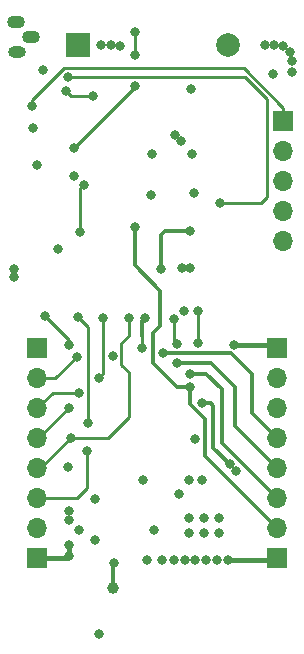
<source format=gbr>
%TF.GenerationSoftware,KiCad,Pcbnew,(5.1.6)-1*%
%TF.CreationDate,2022-09-14T08:17:57+02:00*%
%TF.ProjectId,LoRaWAN_EndNode_Microchip,4c6f5261-5741-44e5-9f45-6e644e6f6465,rev?*%
%TF.SameCoordinates,Original*%
%TF.FileFunction,Copper,L4,Bot*%
%TF.FilePolarity,Positive*%
%FSLAX46Y46*%
G04 Gerber Fmt 4.6, Leading zero omitted, Abs format (unit mm)*
G04 Created by KiCad (PCBNEW (5.1.6)-1) date 2022-09-14 08:17:57*
%MOMM*%
%LPD*%
G01*
G04 APERTURE LIST*
%TA.AperFunction,ComponentPad*%
%ADD10C,2.000000*%
%TD*%
%TA.AperFunction,ComponentPad*%
%ADD11R,2.000000X2.000000*%
%TD*%
%TA.AperFunction,ComponentPad*%
%ADD12O,1.700000X1.700000*%
%TD*%
%TA.AperFunction,ComponentPad*%
%ADD13R,1.700000X1.700000*%
%TD*%
%TA.AperFunction,ComponentPad*%
%ADD14O,1.500000X1.100000*%
%TD*%
%TA.AperFunction,ComponentPad*%
%ADD15O,1.500000X1.000000*%
%TD*%
%TA.AperFunction,ViaPad*%
%ADD16C,0.800000*%
%TD*%
%TA.AperFunction,ViaPad*%
%ADD17C,1.000000*%
%TD*%
%TA.AperFunction,Conductor*%
%ADD18C,0.355600*%
%TD*%
%TA.AperFunction,Conductor*%
%ADD19C,0.300000*%
%TD*%
%TA.AperFunction,Conductor*%
%ADD20C,0.400000*%
%TD*%
%TA.AperFunction,Conductor*%
%ADD21C,0.250000*%
%TD*%
G04 APERTURE END LIST*
D10*
%TO.P,B1,2*%
%TO.N,GND*%
X207137000Y-74295000D03*
D11*
%TO.P,B1,1*%
%TO.N,+BATT*%
X194437000Y-74295000D03*
%TD*%
D12*
%TO.P,J1,5*%
%TO.N,/MCU_part/PGC*%
X211836000Y-90868500D03*
%TO.P,J1,4*%
%TO.N,/MCU_part/PGD*%
X211836000Y-88328500D03*
%TO.P,J1,3*%
%TO.N,GND*%
X211836000Y-85788500D03*
%TO.P,J1,2*%
%TO.N,+BATT*%
X211836000Y-83248500D03*
D13*
%TO.P,J1,1*%
%TO.N,/MCU_part/MCLR*%
X211836000Y-80708500D03*
%TD*%
D14*
%TO.P,U4,3*%
%TO.N,GND*%
X189238000Y-72288400D03*
%TO.P,U4,2*%
%TO.N,/MCU_part/temp_sens2*%
X190500000Y-73558400D03*
D15*
%TO.P,U4,1*%
%TO.N,VDD*%
X189280000Y-74828400D03*
%TD*%
D13*
%TO.P,CON1,8*%
%TO.N,GND*%
X191008000Y-99949000D03*
D12*
%TO.P,CON1,7*%
%TO.N,DIO5*%
X191008000Y-102489000D03*
%TO.P,CON1,6*%
%TO.N,SCK*%
X191008000Y-105029000D03*
%TO.P,CON1,5*%
%TO.N,MISO*%
X191008000Y-107569000D03*
%TO.P,CON1,4*%
%TO.N,MOSI*%
X191008000Y-110109000D03*
%TO.P,CON1,3*%
%TO.N,NSS*%
X191008000Y-112649000D03*
%TO.P,CON1,2*%
%TO.N,VDD*%
X191008000Y-115189000D03*
D13*
%TO.P,CON1,1*%
%TO.N,GND*%
X191008000Y-117729000D03*
%TD*%
%TO.P,CON2,1*%
%TO.N,GND*%
X211328000Y-99949000D03*
D12*
%TO.P,CON2,2*%
%TO.N,Net-(CON2-Pad2)*%
X211328000Y-102489000D03*
%TO.P,CON2,3*%
%TO.N,Net-(CON2-Pad3)*%
X211328000Y-105029000D03*
%TO.P,CON2,4*%
%TO.N,DIO2*%
X211328000Y-107569000D03*
%TO.P,CON2,5*%
%TO.N,DIO1*%
X211328000Y-110109000D03*
%TO.P,CON2,6*%
%TO.N,DIO0*%
X211328000Y-112649000D03*
%TO.P,CON2,7*%
%TO.N,NRESET*%
X211328000Y-115189000D03*
D13*
%TO.P,CON2,8*%
%TO.N,GND*%
X211328000Y-117729000D03*
%TD*%
D16*
%TO.N,+BATT*%
X203990000Y-93140000D03*
X203280000Y-93120000D03*
X190640000Y-81320000D03*
X194130000Y-85330000D03*
X203210000Y-82380000D03*
X202710000Y-81880000D03*
X204070000Y-78000000D03*
X210970000Y-76690000D03*
X198020000Y-74330000D03*
X197255000Y-74295000D03*
X196455000Y-74295000D03*
%TO.N,GND*%
X204987631Y-104556031D03*
X207365600Y-109778800D03*
X202641200Y-117856000D03*
X203504800Y-117856000D03*
X204419200Y-117856000D03*
X205333600Y-117856000D03*
X193700400Y-113690400D03*
X193700400Y-114503200D03*
X193751200Y-116636800D03*
X206248000Y-117856000D03*
X207162400Y-117856000D03*
X203860400Y-111099600D03*
X201574400Y-117856000D03*
X200304400Y-117856000D03*
X204978000Y-111099600D03*
X207873600Y-110337600D03*
X204165200Y-83515200D03*
X200710800Y-83464400D03*
X204317600Y-86766400D03*
X200660000Y-86969600D03*
X203835000Y-114300000D03*
X205105000Y-114300000D03*
X206375000Y-114300000D03*
X206375000Y-115570000D03*
X205105000Y-115570000D03*
X203835000Y-115570000D03*
X207669543Y-99633642D03*
X202990000Y-112250000D03*
X200930000Y-115340000D03*
X195940000Y-112740000D03*
X193600000Y-109970000D03*
X203440000Y-96747500D03*
X191540000Y-76420000D03*
X191000000Y-84460000D03*
X192818400Y-91541600D03*
X193751200Y-117551200D03*
X196240000Y-124110000D03*
X212610000Y-76520000D03*
X212610000Y-75660000D03*
X212390000Y-74900000D03*
X211845000Y-74355000D03*
X211105000Y-74295000D03*
X210335000Y-74295000D03*
%TO.N,VDD*%
X194570000Y-115360000D03*
X199970000Y-111090000D03*
X197431999Y-100610500D03*
X204399708Y-107660030D03*
X189020000Y-93940000D03*
X189020000Y-93260000D03*
X195910000Y-116220000D03*
%TO.N,/RF_Part/50_ohm_ant*%
X197490000Y-118151000D03*
D17*
X197480000Y-120270000D03*
D16*
%TO.N,NSS*%
X195262500Y-108648500D03*
X194437000Y-97282000D03*
X195326000Y-106299000D03*
%TO.N,MOSI*%
X193865500Y-107505500D03*
X198755000Y-97409000D03*
%TO.N,MISO*%
X191643000Y-97218500D03*
X193675000Y-99695000D03*
X193675000Y-104965500D03*
%TO.N,SCK*%
X194601000Y-103695500D03*
X196596000Y-97345500D03*
X196215000Y-102425500D03*
%TO.N,DIO5*%
X194400000Y-100647500D03*
X199898000Y-99885500D03*
X200152000Y-97345500D03*
%TO.N,NRESET*%
X203962000Y-103251000D03*
X199263000Y-89662000D03*
%TO.N,DIO0*%
X204597000Y-99527000D03*
X204660500Y-96747500D03*
X203962000Y-102108000D03*
%TO.N,DIO1*%
X202882500Y-99568000D03*
X202628500Y-97472500D03*
X202819000Y-101219000D03*
%TO.N,DIO2*%
X201676000Y-100330000D03*
%TO.N,/MCU_part/MCLR*%
X190601600Y-79451200D03*
%TO.N,Net-(R301-Pad2)*%
X201485500Y-93218000D03*
X203962000Y-89979500D03*
%TO.N,Net-(R307-Pad1)*%
X194664500Y-90068400D03*
X194970400Y-86106000D03*
%TO.N,Net-(Rext1-Pad1)*%
X199339200Y-75145000D03*
X199339200Y-73138400D03*
X194143800Y-83007200D03*
X199288400Y-77724000D03*
%TO.N,/MCU_part/DONE*%
X195783200Y-78587600D03*
X193446400Y-78181200D03*
%TO.N,/MCU_part/WAKE_UP*%
X193649600Y-76962000D03*
X206502000Y-87630000D03*
%TD*%
D18*
%TO.N,GND*%
X211061300Y-100215700D02*
X211328000Y-99949000D01*
D19*
X204987631Y-104556031D02*
X205698831Y-104556031D01*
X205698831Y-104556031D02*
X205943200Y-104800400D01*
X205943200Y-104800400D02*
X205943200Y-108356400D01*
X205943200Y-108356400D02*
X207365600Y-109778800D01*
D20*
X193573400Y-117729000D02*
X193751200Y-117551200D01*
X191008000Y-117729000D02*
X193573400Y-117729000D01*
X193751200Y-116636800D02*
X193751200Y-117551200D01*
X211201000Y-117856000D02*
X211328000Y-117729000D01*
X207162400Y-117856000D02*
X211201000Y-117856000D01*
X211012642Y-99633642D02*
X211328000Y-99949000D01*
X207669543Y-99633642D02*
X211012642Y-99633642D01*
D19*
%TO.N,/RF_Part/50_ohm_ant*%
X197490000Y-120260000D02*
X197480000Y-120270000D01*
X197480000Y-118161000D02*
X197490000Y-118151000D01*
X197480000Y-120270000D02*
X197480000Y-118161000D01*
D21*
%TO.N,NSS*%
X194437000Y-97282000D02*
X195326000Y-98171000D01*
X195326000Y-98171000D02*
X195326000Y-106299000D01*
X194373500Y-112649000D02*
X191008000Y-112649000D01*
X195262500Y-108648500D02*
X195262500Y-111760000D01*
X195262500Y-111760000D02*
X194373500Y-112649000D01*
%TO.N,MOSI*%
X193865500Y-107505500D02*
X197040500Y-107505500D01*
X193865500Y-107505500D02*
X191262000Y-110109000D01*
X197040500Y-107505500D02*
X198818500Y-105727500D01*
X191262000Y-110109000D02*
X191008000Y-110109000D01*
X198818500Y-105727500D02*
X198818500Y-101981000D01*
X198156999Y-101319499D02*
X198156999Y-99467501D01*
X198818500Y-101981000D02*
X198156999Y-101319499D01*
X198156999Y-99467501D02*
X198755000Y-98869500D01*
X198755000Y-97409000D02*
X198818500Y-97345500D01*
X198755000Y-98869500D02*
X198755000Y-97409000D01*
%TO.N,MISO*%
X191643000Y-97218500D02*
X193675000Y-99250500D01*
X193675000Y-104965500D02*
X191071500Y-107569000D01*
X191071500Y-107569000D02*
X191008000Y-107569000D01*
X193675000Y-99250500D02*
X193675000Y-99695000D01*
%TO.N,SCK*%
X196596000Y-97345500D02*
X196596000Y-102044500D01*
X191008000Y-105029000D02*
X192341500Y-103695500D01*
X192341500Y-103695500D02*
X194601000Y-103695500D01*
X196596000Y-102044500D02*
X196215000Y-102425500D01*
%TO.N,DIO5*%
X192558500Y-102489000D02*
X194400000Y-100647500D01*
X199898000Y-99885500D02*
X199898000Y-98869500D01*
X191008000Y-102489000D02*
X192558500Y-102489000D01*
D19*
X199898000Y-97599500D02*
X200152000Y-97345500D01*
X199898000Y-98869500D02*
X199898000Y-97599500D01*
%TO.N,NRESET*%
X203962000Y-103251000D02*
X203009500Y-103251000D01*
X203009500Y-103251000D02*
X202882500Y-103251000D01*
X202882500Y-103251000D02*
X200787000Y-101155500D01*
X200787000Y-101155500D02*
X200787000Y-98679000D01*
X200787000Y-98679000D02*
X201422000Y-98044000D01*
X201422000Y-98044000D02*
X201422000Y-95059500D01*
X201422000Y-95059500D02*
X199263000Y-92900500D01*
X199263000Y-92900500D02*
X199263000Y-89662000D01*
X205232000Y-109093000D02*
X211328000Y-115189000D01*
X205232000Y-105918000D02*
X205232000Y-109093000D01*
X203962000Y-103251000D02*
X203962000Y-104648000D01*
X203962000Y-104648000D02*
X205232000Y-105918000D01*
%TO.N,DIO0*%
X206629000Y-107950000D02*
X211328000Y-112649000D01*
D21*
X204660500Y-96747500D02*
X204660500Y-99463500D01*
X204660500Y-99463500D02*
X204597000Y-99527000D01*
D19*
X203962000Y-102108000D02*
X205333600Y-102108000D01*
X206629000Y-103403400D02*
X206629000Y-107950000D01*
X205333600Y-102108000D02*
X206629000Y-103403400D01*
%TO.N,DIO1*%
X207772000Y-103251000D02*
X207772000Y-106553000D01*
X204724000Y-101219000D02*
X205740000Y-101219000D01*
X207772000Y-106553000D02*
X211328000Y-110109000D01*
X202819000Y-101219000D02*
X204724000Y-101219000D01*
X205740000Y-101219000D02*
X207772000Y-103251000D01*
D21*
X202628500Y-97472500D02*
X202628500Y-99314000D01*
X202628500Y-99314000D02*
X202882500Y-99568000D01*
D19*
%TO.N,DIO2*%
X209169000Y-105410000D02*
X211328000Y-107569000D01*
X209169000Y-102108000D02*
X209169000Y-105410000D01*
X201676000Y-100330000D02*
X207391000Y-100330000D01*
X207391000Y-100330000D02*
X209169000Y-102108000D01*
D21*
%TO.N,/MCU_part/MCLR*%
X211836000Y-79576790D02*
X211836000Y-80708500D01*
X208496209Y-76236999D02*
X211836000Y-79576790D01*
X193308187Y-76236999D02*
X208496209Y-76236999D01*
X190601600Y-78943586D02*
X193308187Y-76236999D01*
X190601600Y-79451200D02*
X190601600Y-78943586D01*
D19*
%TO.N,Net-(R301-Pad2)*%
X201485500Y-93218000D02*
X201485500Y-90360500D01*
X201485500Y-90360500D02*
X201866500Y-89979500D01*
X201866500Y-89979500D02*
X203962000Y-89979500D01*
D21*
%TO.N,Net-(R307-Pad1)*%
X194664500Y-90068400D02*
X194664500Y-86411900D01*
X194664500Y-86411900D02*
X194970400Y-86106000D01*
%TO.N,Net-(Rext1-Pad1)*%
X199339200Y-75145000D02*
X199339200Y-73138400D01*
X199237600Y-77913400D02*
X199237600Y-77774800D01*
X194143800Y-83007200D02*
X199237600Y-77913400D01*
X199237600Y-77774800D02*
X199288400Y-77724000D01*
%TO.N,/MCU_part/DONE*%
X195783200Y-78587600D02*
X193852800Y-78587600D01*
X193852800Y-78587600D02*
X193446400Y-78181200D01*
%TO.N,/MCU_part/WAKE_UP*%
X193649600Y-76962000D02*
X208584800Y-76962000D01*
X210440001Y-78817201D02*
X210440001Y-87146399D01*
X208584800Y-76962000D02*
X210440001Y-78817201D01*
X210440001Y-87146399D02*
X209956400Y-87630000D01*
X209956400Y-87630000D02*
X206502000Y-87630000D01*
%TD*%
M02*

</source>
